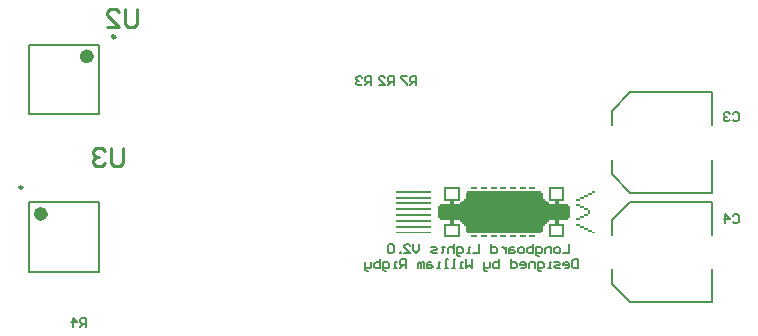
<source format=gbo>
%FSTAX24Y24*%
%MOIN*%
%SFA1B1*%

%IPPOS*%
%ADD20C,0.010000*%
%ADD34C,0.009800*%
%ADD35C,0.007900*%
%ADD36C,0.007000*%
%ADD59C,0.023600*%
%LNskateboardpcb-1*%
%LPD*%
G36*
X021753Y00566D02*
Y005638D01*
Y005617*
X021624*
Y005638*
Y00566*
Y005681*
X021753*
Y00566*
G37*
G36*
X021882Y005725D02*
Y005703D01*
Y005681*
X021753*
Y005703*
Y005725*
Y005746*
X021882*
Y005725*
G37*
G36*
X016778Y005401D02*
Y00538D01*
Y005358*
X015615*
Y00538*
Y005401*
Y005423*
X016778*
Y005401*
G37*
G36*
Y005595D02*
Y005574D01*
Y005552*
X015615*
Y005574*
Y005595*
Y005617*
X016778*
Y005595*
G37*
G36*
X021753Y006112D02*
Y006091D01*
Y006069*
X021882*
Y006048*
Y006026*
Y006004*
X022011*
Y005983*
Y005961*
Y00594*
X022076*
Y005918*
Y005897*
Y005875*
Y005854*
Y005832*
Y005811*
X022011*
Y005832*
Y005854*
Y005875*
Y005897*
Y005918*
Y00594*
X021882*
Y005961*
Y005983*
Y006004*
X021753*
Y006026*
Y006048*
Y006069*
X021624*
Y006091*
Y006112*
Y006134*
X021753*
Y006112*
G37*
G36*
X016778Y005983D02*
Y005961D01*
Y00594*
X015615*
Y005961*
Y005983*
Y006004*
X016778*
Y005983*
G37*
G36*
Y005789D02*
Y005768D01*
Y005746*
X015615*
Y005768*
Y005789*
Y005811*
X016778*
Y005789*
G37*
G36*
X022011D02*
Y005768D01*
Y005746*
X021882*
Y005768*
Y005789*
Y005811*
X022011*
Y005789*
G37*
G36*
X021753Y005466D02*
Y005445D01*
Y005423*
X021882*
Y005401*
Y00538*
Y005358*
X022011*
Y005337*
Y005315*
Y005294*
X02214*
Y005272*
Y005251*
Y005229*
X02227*
Y005208*
Y005186*
Y005165*
X02214*
Y005186*
Y005208*
Y005229*
X022011*
Y005251*
Y005272*
Y005294*
X021882*
Y005315*
Y005337*
Y005358*
X021753*
Y00538*
Y005401*
Y005423*
X021624*
Y005445*
Y005466*
Y005488*
X021753*
Y005466*
G37*
G36*
X018975Y005078D02*
Y005057D01*
Y005035*
X018781*
Y005057*
Y005078*
Y0051*
X018975*
Y005078*
G37*
G36*
X019298D02*
Y005057D01*
Y005035*
X019104*
Y005057*
Y005078*
Y0051*
X019298*
Y005078*
G37*
G36*
X018329D02*
Y005057D01*
Y005035*
X018135*
Y005057*
Y005078*
Y0051*
X018329*
Y005078*
G37*
G36*
X018652D02*
Y005057D01*
Y005035*
X018458*
Y005057*
Y005078*
Y0051*
X018652*
Y005078*
G37*
G36*
X020267D02*
Y005057D01*
Y005035*
X020073*
Y005057*
Y005078*
Y0051*
X020267*
Y005078*
G37*
G36*
X016778Y005208D02*
Y005186D01*
Y005165*
X015615*
Y005186*
Y005208*
Y005229*
X016778*
Y005208*
G37*
G36*
X019621Y005078D02*
Y005057D01*
Y005035*
X019427*
Y005057*
Y005078*
Y0051*
X019621*
Y005078*
G37*
G36*
X019944D02*
Y005057D01*
Y005035*
X01975*
Y005057*
Y005078*
Y0051*
X019944*
Y005078*
G37*
G36*
X016778Y006177D02*
Y006155D01*
Y006134*
X015615*
Y006155*
Y006177*
Y006198*
X016778*
Y006177*
G37*
G36*
X018652Y006694D02*
Y006672D01*
Y006651*
X018458*
Y006672*
Y006694*
Y006715*
X018652*
Y006694*
G37*
G36*
X018975D02*
Y006672D01*
Y006651*
X018781*
Y006672*
Y006694*
Y006715*
X018975*
Y006694*
G37*
G36*
X02227Y006564D02*
Y006543D01*
Y006521*
X02214*
Y006543*
Y006564*
Y006586*
X02227*
Y006564*
G37*
G36*
X018329Y006694D02*
Y006672D01*
Y006651*
X018135*
Y006672*
Y006694*
Y006715*
X018329*
Y006694*
G37*
G36*
X019944D02*
Y006672D01*
Y006651*
X01975*
Y006672*
Y006694*
Y006715*
X019944*
Y006694*
G37*
G36*
X020267D02*
Y006672D01*
Y006651*
X020073*
Y006672*
Y006694*
Y006715*
X020267*
Y006694*
G37*
G36*
X019298D02*
Y006672D01*
Y006651*
X019104*
Y006672*
Y006694*
Y006715*
X019298*
Y006694*
G37*
G36*
X019621D02*
Y006672D01*
Y006651*
X019427*
Y006672*
Y006694*
Y006715*
X019621*
Y006694*
G37*
G36*
X016778Y006564D02*
Y006543D01*
Y006521*
X015615*
Y006543*
Y006564*
Y006586*
X016778*
Y006564*
G37*
G36*
Y006371D02*
Y006349D01*
Y006327*
X015615*
Y006349*
Y006371*
Y006392*
X016778*
Y006371*
G37*
G36*
X021882D02*
Y006349D01*
Y006327*
X021753*
Y006349*
Y006371*
Y006392*
X021882*
Y006371*
G37*
G36*
X021236Y006694D02*
Y006672D01*
Y006651*
Y006629*
Y006607*
Y006586*
Y006564*
Y006543*
Y006521*
Y0065*
Y006478*
Y006457*
Y006435*
Y006414*
Y006392*
Y006371*
Y006349*
Y006327*
Y006306*
Y006284*
Y006263*
X021042*
Y006241*
Y00622*
Y006198*
Y006177*
Y006155*
Y006134*
X021365*
Y006112*
Y006091*
Y006069*
X02143*
Y006048*
Y006026*
Y006004*
Y005983*
Y005961*
Y00594*
Y005918*
Y005897*
Y005875*
Y005854*
Y005832*
Y005811*
Y005789*
Y005768*
Y005746*
Y005725*
Y005703*
Y005681*
X021365*
Y00566*
Y005638*
Y005617*
X021042*
Y005595*
Y005574*
Y005552*
Y005531*
Y005509*
Y005488*
X021236*
Y005466*
Y005445*
Y005423*
Y005401*
Y00538*
Y005358*
Y005337*
Y005315*
Y005294*
Y005272*
Y005251*
Y005229*
Y005208*
Y005186*
Y005165*
Y005143*
Y005122*
Y0051*
Y005078*
Y005057*
Y005035*
X020719*
Y005057*
Y005078*
Y0051*
Y005122*
Y005143*
Y005165*
Y005186*
Y005208*
Y005229*
Y005251*
Y005272*
Y005294*
Y005315*
Y005337*
Y005358*
Y00538*
Y005401*
Y005423*
Y005445*
Y005466*
Y005488*
X020913*
Y005509*
Y005531*
Y005552*
Y005574*
Y005595*
Y005617*
X020719*
Y005595*
Y005574*
Y005552*
X020654*
Y005531*
Y005509*
Y005488*
X02059*
Y005466*
Y005445*
Y005423*
X020525*
Y005401*
Y00538*
Y005358*
Y005337*
Y005315*
Y005294*
Y005272*
Y005251*
Y005229*
X020461*
Y005208*
Y005186*
Y005165*
X018006*
Y005186*
Y005208*
Y005229*
X017941*
Y005251*
Y005272*
Y005294*
Y005315*
Y005337*
Y005358*
Y00538*
Y005401*
Y005423*
X017876*
Y005445*
Y005466*
Y005488*
X017812*
Y005509*
Y005531*
Y005552*
X017747*
Y005574*
Y005595*
Y005617*
X017553*
Y005595*
Y005574*
Y005552*
Y005531*
Y005509*
Y005488*
X017747*
Y005466*
Y005445*
Y005423*
Y005401*
Y00538*
Y005358*
Y005337*
Y005315*
Y005294*
Y005272*
Y005251*
Y005229*
Y005208*
Y005186*
Y005165*
Y005143*
Y005122*
Y0051*
Y005078*
Y005057*
Y005035*
X01723*
Y005057*
Y005078*
Y0051*
Y005122*
Y005143*
Y005165*
Y005186*
Y005208*
Y005229*
Y005251*
Y005272*
Y005294*
Y005315*
Y005337*
Y005358*
Y00538*
Y005401*
Y005423*
Y005445*
Y005466*
Y005488*
X017424*
Y005509*
Y005531*
Y005552*
Y005574*
Y005595*
Y005617*
X017101*
Y005638*
Y00566*
Y005681*
X017037*
Y005703*
Y005725*
Y005746*
Y005768*
Y005789*
Y005811*
Y005832*
Y005854*
Y005875*
Y005897*
Y005918*
Y00594*
Y005961*
Y005983*
Y006004*
Y006026*
Y006048*
Y006069*
X017101*
Y006091*
Y006112*
Y006134*
X017424*
Y006155*
Y006177*
Y006198*
Y00622*
Y006241*
Y006263*
X01723*
Y006284*
Y006306*
Y006327*
Y006349*
Y006371*
Y006392*
Y006414*
Y006435*
Y006457*
Y006478*
Y0065*
Y006521*
Y006543*
Y006564*
Y006586*
Y006607*
Y006629*
Y006651*
Y006672*
Y006694*
Y006715*
X017747*
Y006694*
Y006672*
Y006651*
Y006629*
Y006607*
Y006586*
Y006564*
Y006543*
Y006521*
Y0065*
Y006478*
Y006457*
Y006435*
Y006414*
Y006392*
Y006371*
Y006349*
Y006327*
Y006306*
Y006284*
Y006263*
X017553*
Y006241*
Y00622*
Y006198*
Y006177*
Y006155*
Y006134*
X017747*
Y006155*
Y006177*
Y006198*
X017812*
Y00622*
Y006241*
Y006263*
X017876*
Y006284*
Y006306*
Y006327*
X017941*
Y006349*
Y006371*
Y006392*
Y006414*
Y006435*
Y006457*
Y006478*
Y0065*
Y006521*
X018006*
Y006543*
Y006564*
Y006586*
X020461*
Y006564*
Y006543*
Y006521*
X020525*
Y0065*
Y006478*
Y006457*
Y006435*
Y006414*
Y006392*
Y006371*
Y006349*
Y006327*
X02059*
Y006306*
Y006284*
Y006263*
X020654*
Y006241*
Y00622*
Y006198*
X020719*
Y006177*
Y006155*
Y006134*
X020913*
Y006155*
Y006177*
Y006198*
Y00622*
Y006241*
Y006263*
X020719*
Y006284*
Y006306*
Y006327*
Y006349*
Y006371*
Y006392*
Y006414*
Y006435*
Y006457*
Y006478*
Y0065*
Y006521*
Y006543*
Y006564*
Y006586*
Y006607*
Y006629*
Y006651*
Y006672*
Y006694*
Y006715*
X021236*
Y006694*
G37*
G36*
X021753Y006306D02*
Y006284D01*
Y006263*
X021624*
Y006284*
Y006306*
Y006327*
X021753*
Y006306*
G37*
G36*
X02214Y0065D02*
Y006478D01*
Y006457*
X022011*
Y006478*
Y0065*
Y006521*
X02214*
Y0065*
G37*
G36*
X022011Y006435D02*
Y006414D01*
Y006392*
X021882*
Y006414*
Y006435*
Y006457*
X022011*
Y006435*
G37*
%LNskateboardpcb-2*%
%LPC*%
G36*
X021171Y005423D02*
X020784D01*
Y005401*
Y00538*
Y005358*
Y005337*
Y005315*
Y005294*
Y005272*
Y005251*
Y005229*
Y005208*
Y005186*
Y005165*
Y005143*
Y005122*
Y0051*
X021171*
Y005122*
Y005143*
Y005165*
Y005186*
Y005208*
Y005229*
Y005251*
Y005272*
Y005294*
Y005315*
Y005337*
Y005358*
Y00538*
Y005401*
Y005423*
G37*
G36*
X017683D02*
X017295D01*
Y005401*
Y00538*
Y005358*
Y005337*
Y005315*
Y005294*
Y005272*
Y005251*
Y005229*
Y005208*
Y005186*
Y005165*
Y005143*
Y005122*
Y0051*
X017683*
Y005122*
Y005143*
Y005165*
Y005186*
Y005208*
Y005229*
Y005251*
Y005272*
Y005294*
Y005315*
Y005337*
Y005358*
Y00538*
Y005401*
Y005423*
G37*
G36*
X021171Y006651D02*
X020784D01*
Y006629*
Y006607*
Y006586*
Y006564*
Y006543*
Y006521*
Y0065*
Y006478*
Y006457*
Y006435*
Y006414*
Y006392*
Y006371*
Y006349*
Y006327*
X021171*
Y006349*
Y006371*
Y006392*
Y006414*
Y006435*
Y006457*
Y006478*
Y0065*
Y006521*
Y006543*
Y006564*
Y006586*
Y006607*
Y006629*
Y006651*
G37*
G36*
X017683D02*
X017295D01*
Y006629*
Y006607*
Y006586*
Y006564*
Y006543*
Y006521*
Y0065*
Y006478*
Y006457*
Y006435*
Y006414*
Y006392*
Y006371*
Y006349*
Y006327*
X017683*
Y006349*
Y006371*
Y006392*
Y006414*
Y006435*
Y006457*
Y006478*
Y0065*
Y006521*
Y006543*
Y006564*
Y006586*
Y006607*
Y006629*
Y006651*
G37*
%LNskateboardpcb-3*%
%LPD*%
G54D20*
X007Y01265D02*
Y01215D01*
X0069Y01205*
X0067*
X0066Y01215*
Y01265*
X006Y01205D02*
X0064D01*
X006Y01245*
Y01255*
X0061Y01265*
X0063*
X0064Y01255*
X00653Y00803D02*
Y00753D01*
X00643Y00743*
X00623*
X00613Y00753*
Y00803*
X00593Y00793D02*
X00583Y00803D01*
X00563*
X00553Y00793*
Y00783*
X00563Y00773*
X00573*
X00563*
X00553Y00763*
Y00753*
X00563Y00743*
X00583*
X00593Y00753*
G54D34*
X006253Y011727D02*
D01*
D01*
G75*
G03X006155I-000049J0D01*
G74*G01*
D01*
G75*
G03X006253I000049J0D01*
G74*G01*
X003172Y006704D02*
D01*
D01*
G75*
G03X003074I-000049J0D01*
G74*G01*
D01*
G75*
G03X003172I000049J0D01*
G74*G01*
G54D35*
X022827Y007137D02*
Y007629D01*
Y007137D02*
X023437Y006527D01*
X022827Y009263D02*
X023437Y009873D01*
X022827Y008771D02*
Y009263D01*
X023437Y006527D02*
X026173D01*
Y007629*
Y008771D02*
Y009873D01*
X023437D02*
X026173D01*
X023437Y006223D02*
X026173D01*
Y005121D02*
Y006223D01*
Y002877D02*
Y003979D01*
X023437Y002877D02*
X026173D01*
X022827Y005121D02*
Y005613D01*
X023437Y006223*
X022827Y003487D02*
X023437Y002877D01*
X022827Y003487D02*
Y003979D01*
X003389Y009139D02*
X005711D01*
X003389Y011461D02*
X005711D01*
X003389Y009139D02*
Y011461D01*
X005711Y009139D02*
Y011461D01*
Y003889D02*
Y006211D01*
X003389Y003889D02*
Y006211D01*
Y003889D02*
X005711D01*
X003389Y006211D02*
X005711D01*
G54D36*
X0214Y0048D02*
Y0045D01*
X0212*
X02105D02*
X02095D01*
X0209Y00455*
Y00465*
X02095Y0047*
X02105*
X0211Y00465*
Y00455*
X02105Y0045*
X0208D02*
Y0047D01*
X02065*
X0206Y00465*
Y0045*
X0204Y0044D02*
X02035D01*
X0203Y00445*
Y0047*
X02045*
X0205Y00465*
Y00455*
X02045Y0045*
X0203*
X0202Y0048D02*
Y0045D01*
X02005*
X02Y00455*
Y0046*
Y00465*
X02005Y0047*
X0202*
X01985Y0045D02*
X019751D01*
X019701Y00455*
Y00465*
X019751Y0047*
X01985*
X0199Y00465*
Y00455*
X01985Y0045*
X019551Y0047D02*
X019451D01*
X019401Y00465*
Y0045*
X019551*
X019601Y00455*
X019551Y0046*
X019401*
X019301Y0047D02*
Y0045D01*
Y0046*
X019251Y00465*
X019201Y0047*
X019151*
X018801Y0048D02*
Y0045D01*
X018951*
X019001Y00455*
Y00465*
X018951Y0047*
X018801*
X018401Y0048D02*
Y0045D01*
X018201*
X018101D02*
X018001D01*
X018051*
Y0047*
X018101*
X017751Y0044D02*
X017701D01*
X017651Y00445*
Y0047*
X017801*
X017851Y00465*
Y00455*
X017801Y0045*
X017651*
X017551Y0048D02*
Y0045D01*
Y00465*
X017501Y0047*
X017401*
X017351Y00465*
Y0045*
X017201Y00475D02*
Y0047D01*
X017251*
X017151*
X017201*
Y00455*
X017151Y0045*
X017001D02*
X016851D01*
X016801Y00455*
X016851Y0046*
X016951*
X017001Y00465*
X016951Y0047*
X016801*
X016402Y0048D02*
Y0046D01*
X016302Y0045*
X016202Y0046*
Y0048*
X015902Y0045D02*
X016102D01*
X015902Y0047*
Y00475*
X015952Y0048*
X016052*
X016102Y00475*
X015802Y0045D02*
Y00455D01*
X015752*
Y0045*
X015802*
X015552Y00475D02*
X015502Y0048D01*
X015402*
X015352Y00475*
Y00455*
X015402Y0045*
X015502*
X015552Y00455*
Y00475*
X0217Y0043D02*
Y004D01*
X02155*
X0215Y00405*
Y00425*
X02155Y0043*
X0217*
X02125Y004D02*
X02135D01*
X0214Y00405*
Y00415*
X02135Y0042*
X02125*
X0212Y00415*
Y0041*
X0214*
X0211Y004D02*
X02095D01*
X0209Y00405*
X02095Y0041*
X02105*
X0211Y00415*
X02105Y0042*
X0209*
X0208Y004D02*
X0207D01*
X02075*
Y0042*
X0208*
X02045Y0039D02*
X0204D01*
X02035Y00395*
Y0042*
X0205*
X02055Y00415*
Y00405*
X0205Y004*
X02035*
X02025D02*
Y0042D01*
X020101*
X020051Y00415*
Y004*
X019801D02*
X019901D01*
X019951Y00405*
Y00415*
X019901Y0042*
X019801*
X019751Y00415*
Y0041*
X019951*
X019451Y0043D02*
Y004D01*
X019601*
X019651Y00405*
Y00415*
X019601Y0042*
X019451*
X019051Y0043D02*
Y004D01*
X018901*
X018851Y00405*
Y0041*
Y00415*
X018901Y0042*
X019051*
X018751D02*
Y00405D01*
X018701Y004*
X018551*
Y00395*
X018601Y0039*
X018651*
X018551Y004D02*
Y0042D01*
X018151Y0043D02*
Y004D01*
X018051Y0041*
X017951Y004*
Y0043*
X017851Y004D02*
X017751D01*
X017801*
Y0042*
X017851*
X017601Y004D02*
X017501D01*
X017551*
Y0043*
X017601*
X017351Y004D02*
X017251D01*
X017301*
Y0043*
X017351*
X017101Y004D02*
X017002D01*
X017052*
Y0042*
X017101*
X016802D02*
X016702D01*
X016652Y00415*
Y004*
X016802*
X016852Y00405*
X016802Y0041*
X016652*
X016552Y004D02*
Y0042D01*
X016502*
X016452Y00415*
Y004*
Y00415*
X016402Y0042*
X016352Y00415*
Y004*
X015952D02*
Y0043D01*
X015802*
X015752Y00425*
Y00415*
X015802Y0041*
X015952*
X015852D02*
X015752Y004D01*
X015652D02*
X015552D01*
X015602*
Y0042*
X015652*
X015302Y0039D02*
X015252D01*
X015202Y00395*
Y0042*
X015352*
X015402Y00415*
Y00405*
X015352Y004*
X015202*
X015102Y0043D02*
Y004D01*
X014952*
X014902Y00405*
Y0041*
Y00415*
X014952Y0042*
X015102*
X014802D02*
Y00405D01*
X014752Y004*
X014602*
Y00395*
X014652Y0039*
X014702*
X014602Y004D02*
Y0042D01*
X0053Y00205D02*
Y00235D01*
X00515*
X0051Y0023*
Y0022*
X00515Y00215*
X0053*
X0052D02*
X0051Y00205D01*
X00485D02*
Y00235D01*
X005Y0022*
X0048*
X02685Y00895D02*
X0269Y0089D01*
X027*
X02705Y00895*
Y00915*
X027Y0092*
X0269*
X02685Y00915*
X02675Y00895D02*
X0267Y0089D01*
X0266*
X02655Y00895*
Y009*
X0266Y00905*
X02665*
X0266*
X02655Y0091*
Y00915*
X0266Y0092*
X0267*
X02675Y00915*
X02685Y00575D02*
X0269Y0058D01*
X027*
X02705Y00575*
Y00555*
X027Y0055*
X0269*
X02685Y00555*
X0266Y0055D02*
Y0058D01*
X02675Y00565*
X02655*
X01555Y0101D02*
Y0104D01*
X0154*
X01535Y01035*
Y01025*
X0154Y0102*
X01555*
X01545D02*
X01535Y0101D01*
X01505D02*
X01525D01*
X01505Y0103*
Y01035*
X0151Y0104*
X0152*
X01525Y01035*
X0148Y0101D02*
Y0104D01*
X01465*
X0146Y01035*
Y01025*
X01465Y0102*
X0148*
X0147D02*
X0146Y0101D01*
X0145Y01035D02*
X01445Y0104D01*
X01435*
X0143Y01035*
Y0103*
X01435Y01025*
X0144*
X01435*
X0143Y0102*
Y01015*
X01435Y0101*
X01445*
X0145Y01015*
X0163Y0101D02*
Y0104D01*
X01615*
X0161Y01035*
Y01025*
X01615Y0102*
X0163*
X0162D02*
X0161Y0101D01*
X016Y0104D02*
X0158D01*
Y01035*
X016Y01015*
Y0101*
G54D59*
X005436Y011068D02*
D01*
D01*
G75*
G03X0052I-000118J0D01*
G74*G01*
D01*
G75*
G03X005436I000118J0D01*
G74*G01*
X0039Y005818D02*
D01*
D01*
G75*
G03X003664I-000118J0D01*
G74*G01*
D01*
G75*
G03X0039I000118J0D01*
G74*G01*
M02*
</source>
